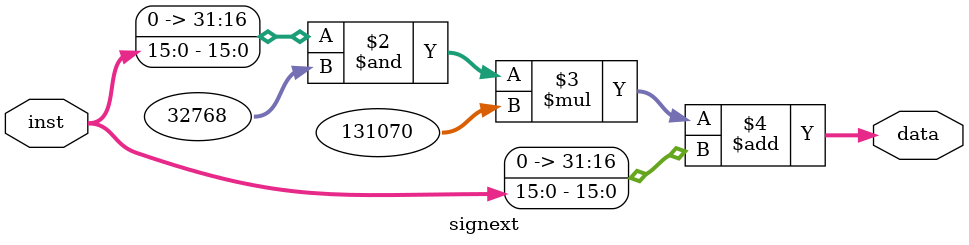
<source format=v>
`timescale 1ns / 1ps


module signext(
    input [15:0] inst,
    output reg [31:0] data
    );
    always @(inst)
        begin
            data = inst;
            data = (data&(32'h8000))*32'h1fffe + data;
            $display("extend data is from%d to%d",inst,data);
        end
endmodule

</source>
